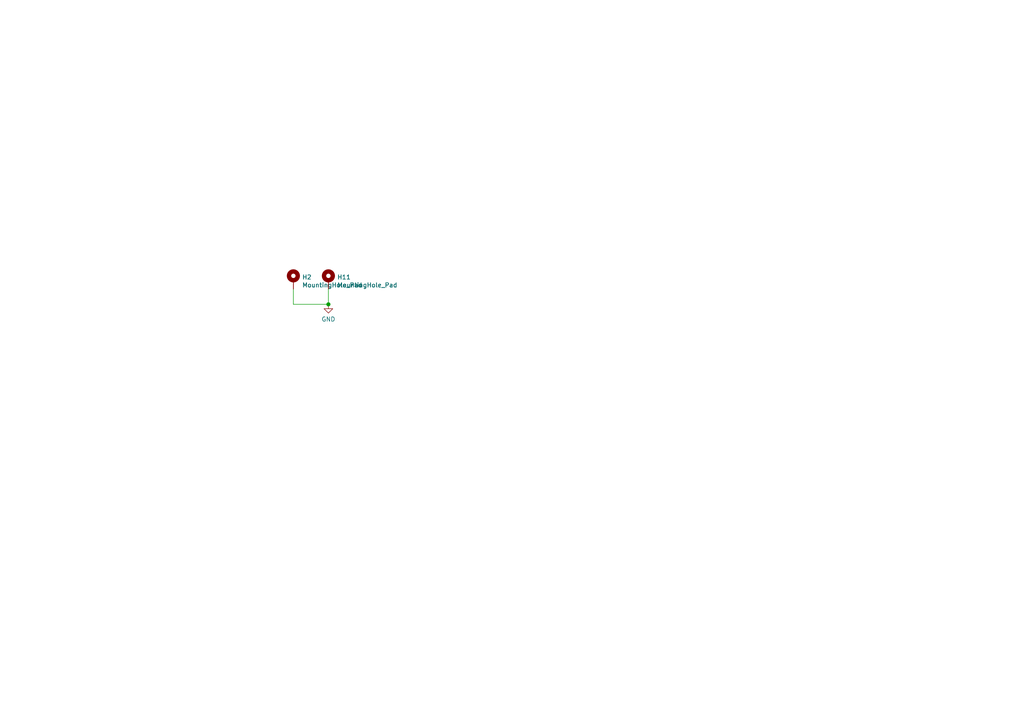
<source format=kicad_sch>
(kicad_sch (version 20210406) (generator eeschema)
  (paper "A4")
  (lib_symbols
    (symbol "Mechanical:MountingHole_Pad" (pin_numbers hide) (pin_names (offset 1.016) hide)
      (property "Reference" "H" (at 0 6.35 0))
      (property "Value" "MountingHole_Pad" (at 0 4.445 0))
      (symbol "MountingHole_Pad_0_1"
        (circle (center 0 1.27) (radius 1.27) (stroke (width 1.27)))
      )
      (symbol "MountingHole_Pad_1_1"
        (pin input line (at 0 -2.54 90) (length 2.54) (name "1") (number "1"))
      )
    )
    (symbol "power:GND" (power) (pin_names (offset 0))
      (property "Value" "GND" (at 0 -3.81 0))
      (symbol "GND_0_1"
        (polyline (pts (xy 0 0) (xy 0 -1.27) (xy 1.27 -1.27) (xy 0 -2.54) (xy -1.27 -1.27) (xy 0 -1.27)))
      )
      (symbol "GND_1_1"
        (pin power_in line (at 0 0 270) (length 0) hide (name "GND") (number "1"))
      )
    )
  )
  (junction (at 95.25 88.265) (diameter 1.016))
  (wire (pts (xy 85.09 88.265) (xy 85.09 83.82)))
  (wire (pts (xy 95.25 83.82) (xy 95.25 88.265)))
  (wire (pts (xy 95.25 88.265) (xy 85.09 88.265)))
  (symbol (lib_id "power:GND") (at 95.25 88.265 0) (unit 1)
    (property "Reference" "#PWR0101" (effects hide))
    (property "Value" "GND" (at 95.25 92.5894 0))
  )
  (symbol (lib_id "Mechanical:MountingHole_Pad") (at 85.09 81.28 0) (unit 1)
    (property "Reference" "H2" (at 87.6301 80.3921 0) (effects (justify left)))
    (property "Value" "MountingHole_Pad" (at 87.6301 82.6908 0) (effects (justify left)))
  )
  (symbol (lib_id "Mechanical:MountingHole_Pad") (at 95.25 81.28 0) (unit 1)
    (property "Reference" "H11" (at 97.7901 80.3921 0) (effects (justify left)))
    (property "Value" "MountingHole_Pad" (at 97.7901 82.6908 0) (effects (justify left)))
  )
)
</source>
